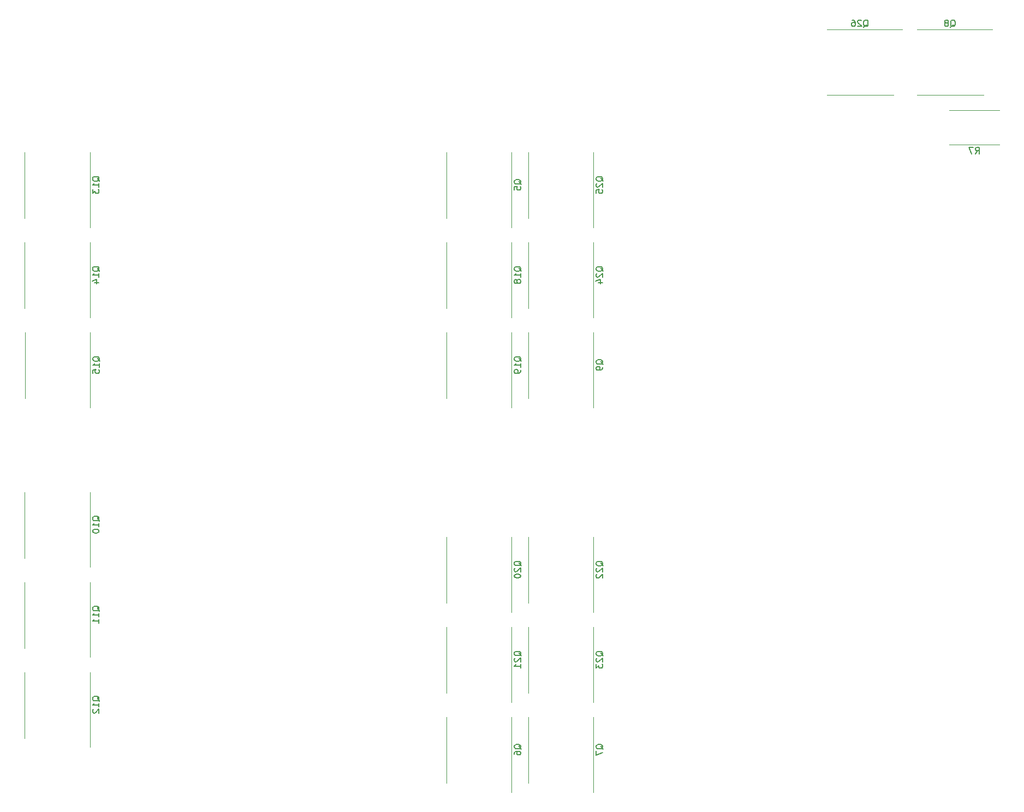
<source format=gbr>
%TF.GenerationSoftware,KiCad,Pcbnew,(6.0.0-rc1-57-gf03efa1cba)*%
%TF.CreationDate,2021-11-19T01:11:21-08:00*%
%TF.ProjectId,OpenCharger,4f70656e-4368-4617-9267-65722e6b6963,rev?*%
%TF.SameCoordinates,Original*%
%TF.FileFunction,Legend,Bot*%
%TF.FilePolarity,Positive*%
%FSLAX46Y46*%
G04 Gerber Fmt 4.6, Leading zero omitted, Abs format (unit mm)*
G04 Created by KiCad (PCBNEW (6.0.0-rc1-57-gf03efa1cba)) date 2021-11-19 01:11:21*
%MOMM*%
%LPD*%
G01*
G04 APERTURE LIST*
%ADD10C,0.150000*%
%ADD11C,0.120000*%
G04 APERTURE END LIST*
D10*
%TO.C,Q26*%
X234886428Y-152027619D02*
X234981666Y-151980000D01*
X235076904Y-151884761D01*
X235219761Y-151741904D01*
X235315000Y-151694285D01*
X235410238Y-151694285D01*
X235362619Y-151932380D02*
X235457857Y-151884761D01*
X235553095Y-151789523D01*
X235600714Y-151599047D01*
X235600714Y-151265714D01*
X235553095Y-151075238D01*
X235457857Y-150980000D01*
X235362619Y-150932380D01*
X235172142Y-150932380D01*
X235076904Y-150980000D01*
X234981666Y-151075238D01*
X234934047Y-151265714D01*
X234934047Y-151599047D01*
X234981666Y-151789523D01*
X235076904Y-151884761D01*
X235172142Y-151932380D01*
X235362619Y-151932380D01*
X234553095Y-151027619D02*
X234505476Y-150980000D01*
X234410238Y-150932380D01*
X234172142Y-150932380D01*
X234076904Y-150980000D01*
X234029285Y-151027619D01*
X233981666Y-151122857D01*
X233981666Y-151218095D01*
X234029285Y-151360952D01*
X234600714Y-151932380D01*
X233981666Y-151932380D01*
X233124523Y-150932380D02*
X233315000Y-150932380D01*
X233410238Y-150980000D01*
X233457857Y-151027619D01*
X233553095Y-151170476D01*
X233600714Y-151360952D01*
X233600714Y-151741904D01*
X233553095Y-151837142D01*
X233505476Y-151884761D01*
X233410238Y-151932380D01*
X233219761Y-151932380D01*
X233124523Y-151884761D01*
X233076904Y-151837142D01*
X233029285Y-151741904D01*
X233029285Y-151503809D01*
X233076904Y-151408571D01*
X233124523Y-151360952D01*
X233219761Y-151313333D01*
X233410238Y-151313333D01*
X233505476Y-151360952D01*
X233553095Y-151408571D01*
X233600714Y-151503809D01*
%TO.C,Q13*%
X116402619Y-175958571D02*
X116355000Y-175863333D01*
X116259761Y-175768095D01*
X116116904Y-175625238D01*
X116069285Y-175530000D01*
X116069285Y-175434761D01*
X116307380Y-175482380D02*
X116259761Y-175387142D01*
X116164523Y-175291904D01*
X115974047Y-175244285D01*
X115640714Y-175244285D01*
X115450238Y-175291904D01*
X115355000Y-175387142D01*
X115307380Y-175482380D01*
X115307380Y-175672857D01*
X115355000Y-175768095D01*
X115450238Y-175863333D01*
X115640714Y-175910952D01*
X115974047Y-175910952D01*
X116164523Y-175863333D01*
X116259761Y-175768095D01*
X116307380Y-175672857D01*
X116307380Y-175482380D01*
X116307380Y-176863333D02*
X116307380Y-176291904D01*
X116307380Y-176577619D02*
X115307380Y-176577619D01*
X115450238Y-176482380D01*
X115545476Y-176387142D01*
X115593095Y-176291904D01*
X115307380Y-177196666D02*
X115307380Y-177815714D01*
X115688333Y-177482380D01*
X115688333Y-177625238D01*
X115735952Y-177720476D01*
X115783571Y-177768095D01*
X115878809Y-177815714D01*
X116116904Y-177815714D01*
X116212142Y-177768095D01*
X116259761Y-177720476D01*
X116307380Y-177625238D01*
X116307380Y-177339523D01*
X116259761Y-177244285D01*
X116212142Y-177196666D01*
%TO.C,Q15*%
X116437619Y-203898571D02*
X116390000Y-203803333D01*
X116294761Y-203708095D01*
X116151904Y-203565238D01*
X116104285Y-203470000D01*
X116104285Y-203374761D01*
X116342380Y-203422380D02*
X116294761Y-203327142D01*
X116199523Y-203231904D01*
X116009047Y-203184285D01*
X115675714Y-203184285D01*
X115485238Y-203231904D01*
X115390000Y-203327142D01*
X115342380Y-203422380D01*
X115342380Y-203612857D01*
X115390000Y-203708095D01*
X115485238Y-203803333D01*
X115675714Y-203850952D01*
X116009047Y-203850952D01*
X116199523Y-203803333D01*
X116294761Y-203708095D01*
X116342380Y-203612857D01*
X116342380Y-203422380D01*
X116342380Y-204803333D02*
X116342380Y-204231904D01*
X116342380Y-204517619D02*
X115342380Y-204517619D01*
X115485238Y-204422380D01*
X115580476Y-204327142D01*
X115628095Y-204231904D01*
X115342380Y-205708095D02*
X115342380Y-205231904D01*
X115818571Y-205184285D01*
X115770952Y-205231904D01*
X115723333Y-205327142D01*
X115723333Y-205565238D01*
X115770952Y-205660476D01*
X115818571Y-205708095D01*
X115913809Y-205755714D01*
X116151904Y-205755714D01*
X116247142Y-205708095D01*
X116294761Y-205660476D01*
X116342380Y-205565238D01*
X116342380Y-205327142D01*
X116294761Y-205231904D01*
X116247142Y-205184285D01*
%TO.C,Q14*%
X116402619Y-189928571D02*
X116355000Y-189833333D01*
X116259761Y-189738095D01*
X116116904Y-189595238D01*
X116069285Y-189500000D01*
X116069285Y-189404761D01*
X116307380Y-189452380D02*
X116259761Y-189357142D01*
X116164523Y-189261904D01*
X115974047Y-189214285D01*
X115640714Y-189214285D01*
X115450238Y-189261904D01*
X115355000Y-189357142D01*
X115307380Y-189452380D01*
X115307380Y-189642857D01*
X115355000Y-189738095D01*
X115450238Y-189833333D01*
X115640714Y-189880952D01*
X115974047Y-189880952D01*
X116164523Y-189833333D01*
X116259761Y-189738095D01*
X116307380Y-189642857D01*
X116307380Y-189452380D01*
X116307380Y-190833333D02*
X116307380Y-190261904D01*
X116307380Y-190547619D02*
X115307380Y-190547619D01*
X115450238Y-190452380D01*
X115545476Y-190357142D01*
X115593095Y-190261904D01*
X115640714Y-191690476D02*
X116307380Y-191690476D01*
X115259761Y-191452380D02*
X115974047Y-191214285D01*
X115974047Y-191833333D01*
%TO.C,Q25*%
X194507619Y-175958571D02*
X194460000Y-175863333D01*
X194364761Y-175768095D01*
X194221904Y-175625238D01*
X194174285Y-175530000D01*
X194174285Y-175434761D01*
X194412380Y-175482380D02*
X194364761Y-175387142D01*
X194269523Y-175291904D01*
X194079047Y-175244285D01*
X193745714Y-175244285D01*
X193555238Y-175291904D01*
X193460000Y-175387142D01*
X193412380Y-175482380D01*
X193412380Y-175672857D01*
X193460000Y-175768095D01*
X193555238Y-175863333D01*
X193745714Y-175910952D01*
X194079047Y-175910952D01*
X194269523Y-175863333D01*
X194364761Y-175768095D01*
X194412380Y-175672857D01*
X194412380Y-175482380D01*
X193507619Y-176291904D02*
X193460000Y-176339523D01*
X193412380Y-176434761D01*
X193412380Y-176672857D01*
X193460000Y-176768095D01*
X193507619Y-176815714D01*
X193602857Y-176863333D01*
X193698095Y-176863333D01*
X193840952Y-176815714D01*
X194412380Y-176244285D01*
X194412380Y-176863333D01*
X193412380Y-177768095D02*
X193412380Y-177291904D01*
X193888571Y-177244285D01*
X193840952Y-177291904D01*
X193793333Y-177387142D01*
X193793333Y-177625238D01*
X193840952Y-177720476D01*
X193888571Y-177768095D01*
X193983809Y-177815714D01*
X194221904Y-177815714D01*
X194317142Y-177768095D01*
X194364761Y-177720476D01*
X194412380Y-177625238D01*
X194412380Y-177387142D01*
X194364761Y-177291904D01*
X194317142Y-177244285D01*
%TO.C,Q24*%
X194507619Y-189928571D02*
X194460000Y-189833333D01*
X194364761Y-189738095D01*
X194221904Y-189595238D01*
X194174285Y-189500000D01*
X194174285Y-189404761D01*
X194412380Y-189452380D02*
X194364761Y-189357142D01*
X194269523Y-189261904D01*
X194079047Y-189214285D01*
X193745714Y-189214285D01*
X193555238Y-189261904D01*
X193460000Y-189357142D01*
X193412380Y-189452380D01*
X193412380Y-189642857D01*
X193460000Y-189738095D01*
X193555238Y-189833333D01*
X193745714Y-189880952D01*
X194079047Y-189880952D01*
X194269523Y-189833333D01*
X194364761Y-189738095D01*
X194412380Y-189642857D01*
X194412380Y-189452380D01*
X193507619Y-190261904D02*
X193460000Y-190309523D01*
X193412380Y-190404761D01*
X193412380Y-190642857D01*
X193460000Y-190738095D01*
X193507619Y-190785714D01*
X193602857Y-190833333D01*
X193698095Y-190833333D01*
X193840952Y-190785714D01*
X194412380Y-190214285D01*
X194412380Y-190833333D01*
X193745714Y-191690476D02*
X194412380Y-191690476D01*
X193364761Y-191452380D02*
X194079047Y-191214285D01*
X194079047Y-191833333D01*
%TO.C,Q23*%
X194507619Y-249618571D02*
X194460000Y-249523333D01*
X194364761Y-249428095D01*
X194221904Y-249285238D01*
X194174285Y-249190000D01*
X194174285Y-249094761D01*
X194412380Y-249142380D02*
X194364761Y-249047142D01*
X194269523Y-248951904D01*
X194079047Y-248904285D01*
X193745714Y-248904285D01*
X193555238Y-248951904D01*
X193460000Y-249047142D01*
X193412380Y-249142380D01*
X193412380Y-249332857D01*
X193460000Y-249428095D01*
X193555238Y-249523333D01*
X193745714Y-249570952D01*
X194079047Y-249570952D01*
X194269523Y-249523333D01*
X194364761Y-249428095D01*
X194412380Y-249332857D01*
X194412380Y-249142380D01*
X193507619Y-249951904D02*
X193460000Y-249999523D01*
X193412380Y-250094761D01*
X193412380Y-250332857D01*
X193460000Y-250428095D01*
X193507619Y-250475714D01*
X193602857Y-250523333D01*
X193698095Y-250523333D01*
X193840952Y-250475714D01*
X194412380Y-249904285D01*
X194412380Y-250523333D01*
X193412380Y-250856666D02*
X193412380Y-251475714D01*
X193793333Y-251142380D01*
X193793333Y-251285238D01*
X193840952Y-251380476D01*
X193888571Y-251428095D01*
X193983809Y-251475714D01*
X194221904Y-251475714D01*
X194317142Y-251428095D01*
X194364761Y-251380476D01*
X194412380Y-251285238D01*
X194412380Y-250999523D01*
X194364761Y-250904285D01*
X194317142Y-250856666D01*
%TO.C,Q22*%
X194507619Y-235648571D02*
X194460000Y-235553333D01*
X194364761Y-235458095D01*
X194221904Y-235315238D01*
X194174285Y-235220000D01*
X194174285Y-235124761D01*
X194412380Y-235172380D02*
X194364761Y-235077142D01*
X194269523Y-234981904D01*
X194079047Y-234934285D01*
X193745714Y-234934285D01*
X193555238Y-234981904D01*
X193460000Y-235077142D01*
X193412380Y-235172380D01*
X193412380Y-235362857D01*
X193460000Y-235458095D01*
X193555238Y-235553333D01*
X193745714Y-235600952D01*
X194079047Y-235600952D01*
X194269523Y-235553333D01*
X194364761Y-235458095D01*
X194412380Y-235362857D01*
X194412380Y-235172380D01*
X193507619Y-235981904D02*
X193460000Y-236029523D01*
X193412380Y-236124761D01*
X193412380Y-236362857D01*
X193460000Y-236458095D01*
X193507619Y-236505714D01*
X193602857Y-236553333D01*
X193698095Y-236553333D01*
X193840952Y-236505714D01*
X194412380Y-235934285D01*
X194412380Y-236553333D01*
X193507619Y-236934285D02*
X193460000Y-236981904D01*
X193412380Y-237077142D01*
X193412380Y-237315238D01*
X193460000Y-237410476D01*
X193507619Y-237458095D01*
X193602857Y-237505714D01*
X193698095Y-237505714D01*
X193840952Y-237458095D01*
X194412380Y-236886666D01*
X194412380Y-237505714D01*
%TO.C,Q21*%
X181807619Y-249608571D02*
X181760000Y-249513333D01*
X181664761Y-249418095D01*
X181521904Y-249275238D01*
X181474285Y-249180000D01*
X181474285Y-249084761D01*
X181712380Y-249132380D02*
X181664761Y-249037142D01*
X181569523Y-248941904D01*
X181379047Y-248894285D01*
X181045714Y-248894285D01*
X180855238Y-248941904D01*
X180760000Y-249037142D01*
X180712380Y-249132380D01*
X180712380Y-249322857D01*
X180760000Y-249418095D01*
X180855238Y-249513333D01*
X181045714Y-249560952D01*
X181379047Y-249560952D01*
X181569523Y-249513333D01*
X181664761Y-249418095D01*
X181712380Y-249322857D01*
X181712380Y-249132380D01*
X180807619Y-249941904D02*
X180760000Y-249989523D01*
X180712380Y-250084761D01*
X180712380Y-250322857D01*
X180760000Y-250418095D01*
X180807619Y-250465714D01*
X180902857Y-250513333D01*
X180998095Y-250513333D01*
X181140952Y-250465714D01*
X181712380Y-249894285D01*
X181712380Y-250513333D01*
X181712380Y-251465714D02*
X181712380Y-250894285D01*
X181712380Y-251180000D02*
X180712380Y-251180000D01*
X180855238Y-251084761D01*
X180950476Y-250989523D01*
X180998095Y-250894285D01*
%TO.C,Q20*%
X181807619Y-235638571D02*
X181760000Y-235543333D01*
X181664761Y-235448095D01*
X181521904Y-235305238D01*
X181474285Y-235210000D01*
X181474285Y-235114761D01*
X181712380Y-235162380D02*
X181664761Y-235067142D01*
X181569523Y-234971904D01*
X181379047Y-234924285D01*
X181045714Y-234924285D01*
X180855238Y-234971904D01*
X180760000Y-235067142D01*
X180712380Y-235162380D01*
X180712380Y-235352857D01*
X180760000Y-235448095D01*
X180855238Y-235543333D01*
X181045714Y-235590952D01*
X181379047Y-235590952D01*
X181569523Y-235543333D01*
X181664761Y-235448095D01*
X181712380Y-235352857D01*
X181712380Y-235162380D01*
X180807619Y-235971904D02*
X180760000Y-236019523D01*
X180712380Y-236114761D01*
X180712380Y-236352857D01*
X180760000Y-236448095D01*
X180807619Y-236495714D01*
X180902857Y-236543333D01*
X180998095Y-236543333D01*
X181140952Y-236495714D01*
X181712380Y-235924285D01*
X181712380Y-236543333D01*
X180712380Y-237162380D02*
X180712380Y-237257619D01*
X180760000Y-237352857D01*
X180807619Y-237400476D01*
X180902857Y-237448095D01*
X181093333Y-237495714D01*
X181331428Y-237495714D01*
X181521904Y-237448095D01*
X181617142Y-237400476D01*
X181664761Y-237352857D01*
X181712380Y-237257619D01*
X181712380Y-237162380D01*
X181664761Y-237067142D01*
X181617142Y-237019523D01*
X181521904Y-236971904D01*
X181331428Y-236924285D01*
X181093333Y-236924285D01*
X180902857Y-236971904D01*
X180807619Y-237019523D01*
X180760000Y-237067142D01*
X180712380Y-237162380D01*
%TO.C,Q19*%
X181807619Y-203898571D02*
X181760000Y-203803333D01*
X181664761Y-203708095D01*
X181521904Y-203565238D01*
X181474285Y-203470000D01*
X181474285Y-203374761D01*
X181712380Y-203422380D02*
X181664761Y-203327142D01*
X181569523Y-203231904D01*
X181379047Y-203184285D01*
X181045714Y-203184285D01*
X180855238Y-203231904D01*
X180760000Y-203327142D01*
X180712380Y-203422380D01*
X180712380Y-203612857D01*
X180760000Y-203708095D01*
X180855238Y-203803333D01*
X181045714Y-203850952D01*
X181379047Y-203850952D01*
X181569523Y-203803333D01*
X181664761Y-203708095D01*
X181712380Y-203612857D01*
X181712380Y-203422380D01*
X181712380Y-204803333D02*
X181712380Y-204231904D01*
X181712380Y-204517619D02*
X180712380Y-204517619D01*
X180855238Y-204422380D01*
X180950476Y-204327142D01*
X180998095Y-204231904D01*
X181712380Y-205279523D02*
X181712380Y-205470000D01*
X181664761Y-205565238D01*
X181617142Y-205612857D01*
X181474285Y-205708095D01*
X181283809Y-205755714D01*
X180902857Y-205755714D01*
X180807619Y-205708095D01*
X180760000Y-205660476D01*
X180712380Y-205565238D01*
X180712380Y-205374761D01*
X180760000Y-205279523D01*
X180807619Y-205231904D01*
X180902857Y-205184285D01*
X181140952Y-205184285D01*
X181236190Y-205231904D01*
X181283809Y-205279523D01*
X181331428Y-205374761D01*
X181331428Y-205565238D01*
X181283809Y-205660476D01*
X181236190Y-205708095D01*
X181140952Y-205755714D01*
%TO.C,Q18*%
X181807619Y-189928571D02*
X181760000Y-189833333D01*
X181664761Y-189738095D01*
X181521904Y-189595238D01*
X181474285Y-189500000D01*
X181474285Y-189404761D01*
X181712380Y-189452380D02*
X181664761Y-189357142D01*
X181569523Y-189261904D01*
X181379047Y-189214285D01*
X181045714Y-189214285D01*
X180855238Y-189261904D01*
X180760000Y-189357142D01*
X180712380Y-189452380D01*
X180712380Y-189642857D01*
X180760000Y-189738095D01*
X180855238Y-189833333D01*
X181045714Y-189880952D01*
X181379047Y-189880952D01*
X181569523Y-189833333D01*
X181664761Y-189738095D01*
X181712380Y-189642857D01*
X181712380Y-189452380D01*
X181712380Y-190833333D02*
X181712380Y-190261904D01*
X181712380Y-190547619D02*
X180712380Y-190547619D01*
X180855238Y-190452380D01*
X180950476Y-190357142D01*
X180998095Y-190261904D01*
X181140952Y-191404761D02*
X181093333Y-191309523D01*
X181045714Y-191261904D01*
X180950476Y-191214285D01*
X180902857Y-191214285D01*
X180807619Y-191261904D01*
X180760000Y-191309523D01*
X180712380Y-191404761D01*
X180712380Y-191595238D01*
X180760000Y-191690476D01*
X180807619Y-191738095D01*
X180902857Y-191785714D01*
X180950476Y-191785714D01*
X181045714Y-191738095D01*
X181093333Y-191690476D01*
X181140952Y-191595238D01*
X181140952Y-191404761D01*
X181188571Y-191309523D01*
X181236190Y-191261904D01*
X181331428Y-191214285D01*
X181521904Y-191214285D01*
X181617142Y-191261904D01*
X181664761Y-191309523D01*
X181712380Y-191404761D01*
X181712380Y-191595238D01*
X181664761Y-191690476D01*
X181617142Y-191738095D01*
X181521904Y-191785714D01*
X181331428Y-191785714D01*
X181236190Y-191738095D01*
X181188571Y-191690476D01*
X181140952Y-191595238D01*
%TO.C,Q12*%
X116402619Y-256603571D02*
X116355000Y-256508333D01*
X116259761Y-256413095D01*
X116116904Y-256270238D01*
X116069285Y-256175000D01*
X116069285Y-256079761D01*
X116307380Y-256127380D02*
X116259761Y-256032142D01*
X116164523Y-255936904D01*
X115974047Y-255889285D01*
X115640714Y-255889285D01*
X115450238Y-255936904D01*
X115355000Y-256032142D01*
X115307380Y-256127380D01*
X115307380Y-256317857D01*
X115355000Y-256413095D01*
X115450238Y-256508333D01*
X115640714Y-256555952D01*
X115974047Y-256555952D01*
X116164523Y-256508333D01*
X116259761Y-256413095D01*
X116307380Y-256317857D01*
X116307380Y-256127380D01*
X116307380Y-257508333D02*
X116307380Y-256936904D01*
X116307380Y-257222619D02*
X115307380Y-257222619D01*
X115450238Y-257127380D01*
X115545476Y-257032142D01*
X115593095Y-256936904D01*
X115402619Y-257889285D02*
X115355000Y-257936904D01*
X115307380Y-258032142D01*
X115307380Y-258270238D01*
X115355000Y-258365476D01*
X115402619Y-258413095D01*
X115497857Y-258460714D01*
X115593095Y-258460714D01*
X115735952Y-258413095D01*
X116307380Y-257841666D01*
X116307380Y-258460714D01*
%TO.C,Q11*%
X116402619Y-242633571D02*
X116355000Y-242538333D01*
X116259761Y-242443095D01*
X116116904Y-242300238D01*
X116069285Y-242205000D01*
X116069285Y-242109761D01*
X116307380Y-242157380D02*
X116259761Y-242062142D01*
X116164523Y-241966904D01*
X115974047Y-241919285D01*
X115640714Y-241919285D01*
X115450238Y-241966904D01*
X115355000Y-242062142D01*
X115307380Y-242157380D01*
X115307380Y-242347857D01*
X115355000Y-242443095D01*
X115450238Y-242538333D01*
X115640714Y-242585952D01*
X115974047Y-242585952D01*
X116164523Y-242538333D01*
X116259761Y-242443095D01*
X116307380Y-242347857D01*
X116307380Y-242157380D01*
X116307380Y-243538333D02*
X116307380Y-242966904D01*
X116307380Y-243252619D02*
X115307380Y-243252619D01*
X115450238Y-243157380D01*
X115545476Y-243062142D01*
X115593095Y-242966904D01*
X116307380Y-244490714D02*
X116307380Y-243919285D01*
X116307380Y-244205000D02*
X115307380Y-244205000D01*
X115450238Y-244109761D01*
X115545476Y-244014523D01*
X115593095Y-243919285D01*
%TO.C,Q10*%
X116402619Y-228663571D02*
X116355000Y-228568333D01*
X116259761Y-228473095D01*
X116116904Y-228330238D01*
X116069285Y-228235000D01*
X116069285Y-228139761D01*
X116307380Y-228187380D02*
X116259761Y-228092142D01*
X116164523Y-227996904D01*
X115974047Y-227949285D01*
X115640714Y-227949285D01*
X115450238Y-227996904D01*
X115355000Y-228092142D01*
X115307380Y-228187380D01*
X115307380Y-228377857D01*
X115355000Y-228473095D01*
X115450238Y-228568333D01*
X115640714Y-228615952D01*
X115974047Y-228615952D01*
X116164523Y-228568333D01*
X116259761Y-228473095D01*
X116307380Y-228377857D01*
X116307380Y-228187380D01*
X116307380Y-229568333D02*
X116307380Y-228996904D01*
X116307380Y-229282619D02*
X115307380Y-229282619D01*
X115450238Y-229187380D01*
X115545476Y-229092142D01*
X115593095Y-228996904D01*
X115307380Y-230187380D02*
X115307380Y-230282619D01*
X115355000Y-230377857D01*
X115402619Y-230425476D01*
X115497857Y-230473095D01*
X115688333Y-230520714D01*
X115926428Y-230520714D01*
X116116904Y-230473095D01*
X116212142Y-230425476D01*
X116259761Y-230377857D01*
X116307380Y-230282619D01*
X116307380Y-230187380D01*
X116259761Y-230092142D01*
X116212142Y-230044523D01*
X116116904Y-229996904D01*
X115926428Y-229949285D01*
X115688333Y-229949285D01*
X115497857Y-229996904D01*
X115402619Y-230044523D01*
X115355000Y-230092142D01*
X115307380Y-230187380D01*
%TO.C,Q7*%
X194507619Y-264064761D02*
X194460000Y-263969523D01*
X194364761Y-263874285D01*
X194221904Y-263731428D01*
X194174285Y-263636190D01*
X194174285Y-263540952D01*
X194412380Y-263588571D02*
X194364761Y-263493333D01*
X194269523Y-263398095D01*
X194079047Y-263350476D01*
X193745714Y-263350476D01*
X193555238Y-263398095D01*
X193460000Y-263493333D01*
X193412380Y-263588571D01*
X193412380Y-263779047D01*
X193460000Y-263874285D01*
X193555238Y-263969523D01*
X193745714Y-264017142D01*
X194079047Y-264017142D01*
X194269523Y-263969523D01*
X194364761Y-263874285D01*
X194412380Y-263779047D01*
X194412380Y-263588571D01*
X193412380Y-264350476D02*
X193412380Y-265017142D01*
X194412380Y-264588571D01*
%TO.C,Q9*%
X194507619Y-204374761D02*
X194460000Y-204279523D01*
X194364761Y-204184285D01*
X194221904Y-204041428D01*
X194174285Y-203946190D01*
X194174285Y-203850952D01*
X194412380Y-203898571D02*
X194364761Y-203803333D01*
X194269523Y-203708095D01*
X194079047Y-203660476D01*
X193745714Y-203660476D01*
X193555238Y-203708095D01*
X193460000Y-203803333D01*
X193412380Y-203898571D01*
X193412380Y-204089047D01*
X193460000Y-204184285D01*
X193555238Y-204279523D01*
X193745714Y-204327142D01*
X194079047Y-204327142D01*
X194269523Y-204279523D01*
X194364761Y-204184285D01*
X194412380Y-204089047D01*
X194412380Y-203898571D01*
X194412380Y-204803333D02*
X194412380Y-204993809D01*
X194364761Y-205089047D01*
X194317142Y-205136666D01*
X194174285Y-205231904D01*
X193983809Y-205279523D01*
X193602857Y-205279523D01*
X193507619Y-205231904D01*
X193460000Y-205184285D01*
X193412380Y-205089047D01*
X193412380Y-204898571D01*
X193460000Y-204803333D01*
X193507619Y-204755714D01*
X193602857Y-204708095D01*
X193840952Y-204708095D01*
X193936190Y-204755714D01*
X193983809Y-204803333D01*
X194031428Y-204898571D01*
X194031428Y-205089047D01*
X193983809Y-205184285D01*
X193936190Y-205231904D01*
X193840952Y-205279523D01*
%TO.C,Q6*%
X181807619Y-264054761D02*
X181760000Y-263959523D01*
X181664761Y-263864285D01*
X181521904Y-263721428D01*
X181474285Y-263626190D01*
X181474285Y-263530952D01*
X181712380Y-263578571D02*
X181664761Y-263483333D01*
X181569523Y-263388095D01*
X181379047Y-263340476D01*
X181045714Y-263340476D01*
X180855238Y-263388095D01*
X180760000Y-263483333D01*
X180712380Y-263578571D01*
X180712380Y-263769047D01*
X180760000Y-263864285D01*
X180855238Y-263959523D01*
X181045714Y-264007142D01*
X181379047Y-264007142D01*
X181569523Y-263959523D01*
X181664761Y-263864285D01*
X181712380Y-263769047D01*
X181712380Y-263578571D01*
X180712380Y-264864285D02*
X180712380Y-264673809D01*
X180760000Y-264578571D01*
X180807619Y-264530952D01*
X180950476Y-264435714D01*
X181140952Y-264388095D01*
X181521904Y-264388095D01*
X181617142Y-264435714D01*
X181664761Y-264483333D01*
X181712380Y-264578571D01*
X181712380Y-264769047D01*
X181664761Y-264864285D01*
X181617142Y-264911904D01*
X181521904Y-264959523D01*
X181283809Y-264959523D01*
X181188571Y-264911904D01*
X181140952Y-264864285D01*
X181093333Y-264769047D01*
X181093333Y-264578571D01*
X181140952Y-264483333D01*
X181188571Y-264435714D01*
X181283809Y-264388095D01*
%TO.C,Q5*%
X181807619Y-176434761D02*
X181760000Y-176339523D01*
X181664761Y-176244285D01*
X181521904Y-176101428D01*
X181474285Y-176006190D01*
X181474285Y-175910952D01*
X181712380Y-175958571D02*
X181664761Y-175863333D01*
X181569523Y-175768095D01*
X181379047Y-175720476D01*
X181045714Y-175720476D01*
X180855238Y-175768095D01*
X180760000Y-175863333D01*
X180712380Y-175958571D01*
X180712380Y-176149047D01*
X180760000Y-176244285D01*
X180855238Y-176339523D01*
X181045714Y-176387142D01*
X181379047Y-176387142D01*
X181569523Y-176339523D01*
X181664761Y-176244285D01*
X181712380Y-176149047D01*
X181712380Y-175958571D01*
X180712380Y-177291904D02*
X180712380Y-176815714D01*
X181188571Y-176768095D01*
X181140952Y-176815714D01*
X181093333Y-176910952D01*
X181093333Y-177149047D01*
X181140952Y-177244285D01*
X181188571Y-177291904D01*
X181283809Y-177339523D01*
X181521904Y-177339523D01*
X181617142Y-177291904D01*
X181664761Y-177244285D01*
X181712380Y-177149047D01*
X181712380Y-176910952D01*
X181664761Y-176815714D01*
X181617142Y-176768095D01*
%TO.C,R7*%
X252261666Y-171692380D02*
X252595000Y-171216190D01*
X252833095Y-171692380D02*
X252833095Y-170692380D01*
X252452142Y-170692380D01*
X252356904Y-170740000D01*
X252309285Y-170787619D01*
X252261666Y-170882857D01*
X252261666Y-171025714D01*
X252309285Y-171120952D01*
X252356904Y-171168571D01*
X252452142Y-171216190D01*
X252833095Y-171216190D01*
X251928333Y-170692380D02*
X251261666Y-170692380D01*
X251690238Y-171692380D01*
%TO.C,Q8*%
X248380238Y-152027619D02*
X248475476Y-151980000D01*
X248570714Y-151884761D01*
X248713571Y-151741904D01*
X248808809Y-151694285D01*
X248904047Y-151694285D01*
X248856428Y-151932380D02*
X248951666Y-151884761D01*
X249046904Y-151789523D01*
X249094523Y-151599047D01*
X249094523Y-151265714D01*
X249046904Y-151075238D01*
X248951666Y-150980000D01*
X248856428Y-150932380D01*
X248665952Y-150932380D01*
X248570714Y-150980000D01*
X248475476Y-151075238D01*
X248427857Y-151265714D01*
X248427857Y-151599047D01*
X248475476Y-151789523D01*
X248570714Y-151884761D01*
X248665952Y-151932380D01*
X248856428Y-151932380D01*
X247856428Y-151360952D02*
X247951666Y-151313333D01*
X247999285Y-151265714D01*
X248046904Y-151170476D01*
X248046904Y-151122857D01*
X247999285Y-151027619D01*
X247951666Y-150980000D01*
X247856428Y-150932380D01*
X247665952Y-150932380D01*
X247570714Y-150980000D01*
X247523095Y-151027619D01*
X247475476Y-151122857D01*
X247475476Y-151170476D01*
X247523095Y-151265714D01*
X247570714Y-151313333D01*
X247665952Y-151360952D01*
X247856428Y-151360952D01*
X247951666Y-151408571D01*
X247999285Y-151456190D01*
X248046904Y-151551428D01*
X248046904Y-151741904D01*
X247999285Y-151837142D01*
X247951666Y-151884761D01*
X247856428Y-151932380D01*
X247665952Y-151932380D01*
X247570714Y-151884761D01*
X247523095Y-151837142D01*
X247475476Y-151741904D01*
X247475476Y-151551428D01*
X247523095Y-151456190D01*
X247570714Y-151408571D01*
X247665952Y-151360952D01*
D11*
%TO.C,Q26*%
X239515000Y-162540000D02*
X229245000Y-162540000D01*
X229245000Y-152420000D02*
X240915000Y-152420000D01*
%TO.C,Q13*%
X114915000Y-171460000D02*
X114915000Y-183130000D01*
X104795000Y-181730000D02*
X104795000Y-171460000D01*
%TO.C,Q15*%
X114950000Y-199400000D02*
X114950000Y-211070000D01*
X104830000Y-209670000D02*
X104830000Y-199400000D01*
%TO.C,Q14*%
X114915000Y-185430000D02*
X114915000Y-197100000D01*
X104795000Y-195700000D02*
X104795000Y-185430000D01*
%TO.C,Q25*%
X182900000Y-181730000D02*
X182900000Y-171460000D01*
X193020000Y-171460000D02*
X193020000Y-183130000D01*
%TO.C,Q24*%
X182900000Y-195700000D02*
X182900000Y-185430000D01*
X193020000Y-185430000D02*
X193020000Y-197100000D01*
%TO.C,Q23*%
X182900000Y-255390000D02*
X182900000Y-245120000D01*
X193020000Y-245120000D02*
X193020000Y-256790000D01*
%TO.C,Q22*%
X182900000Y-241420000D02*
X182900000Y-231150000D01*
X193020000Y-231150000D02*
X193020000Y-242820000D01*
%TO.C,Q21*%
X170200000Y-255380000D02*
X170200000Y-245110000D01*
X180320000Y-245110000D02*
X180320000Y-256780000D01*
%TO.C,Q20*%
X170200000Y-241410000D02*
X170200000Y-231140000D01*
X180320000Y-231140000D02*
X180320000Y-242810000D01*
%TO.C,Q19*%
X170200000Y-209670000D02*
X170200000Y-199400000D01*
X180320000Y-199400000D02*
X180320000Y-211070000D01*
%TO.C,Q18*%
X170200000Y-195700000D02*
X170200000Y-185430000D01*
X180320000Y-185430000D02*
X180320000Y-197100000D01*
%TO.C,Q12*%
X104795000Y-262375000D02*
X104795000Y-252105000D01*
X114915000Y-252105000D02*
X114915000Y-263775000D01*
%TO.C,Q11*%
X104795000Y-248405000D02*
X104795000Y-238135000D01*
X114915000Y-238135000D02*
X114915000Y-249805000D01*
%TO.C,Q10*%
X104795000Y-234435000D02*
X104795000Y-224165000D01*
X114915000Y-224165000D02*
X114915000Y-235835000D01*
%TO.C,Q7*%
X193020000Y-259090000D02*
X193020000Y-270760000D01*
X182900000Y-269360000D02*
X182900000Y-259090000D01*
%TO.C,Q9*%
X182900000Y-209670000D02*
X182900000Y-199400000D01*
X193020000Y-199400000D02*
X193020000Y-211070000D01*
%TO.C,Q6*%
X180320000Y-259080000D02*
X180320000Y-270750000D01*
X170200000Y-269350000D02*
X170200000Y-259080000D01*
%TO.C,Q5*%
X170200000Y-181730000D02*
X170200000Y-171460000D01*
X180320000Y-171460000D02*
X180320000Y-183130000D01*
%TO.C,R7*%
X248208748Y-170300000D02*
X255981252Y-170300000D01*
X248208748Y-164980000D02*
X255981252Y-164980000D01*
%TO.C,Q8*%
X243215000Y-152420000D02*
X254885000Y-152420000D01*
X253485000Y-162540000D02*
X243215000Y-162540000D01*
%TD*%
M02*

</source>
